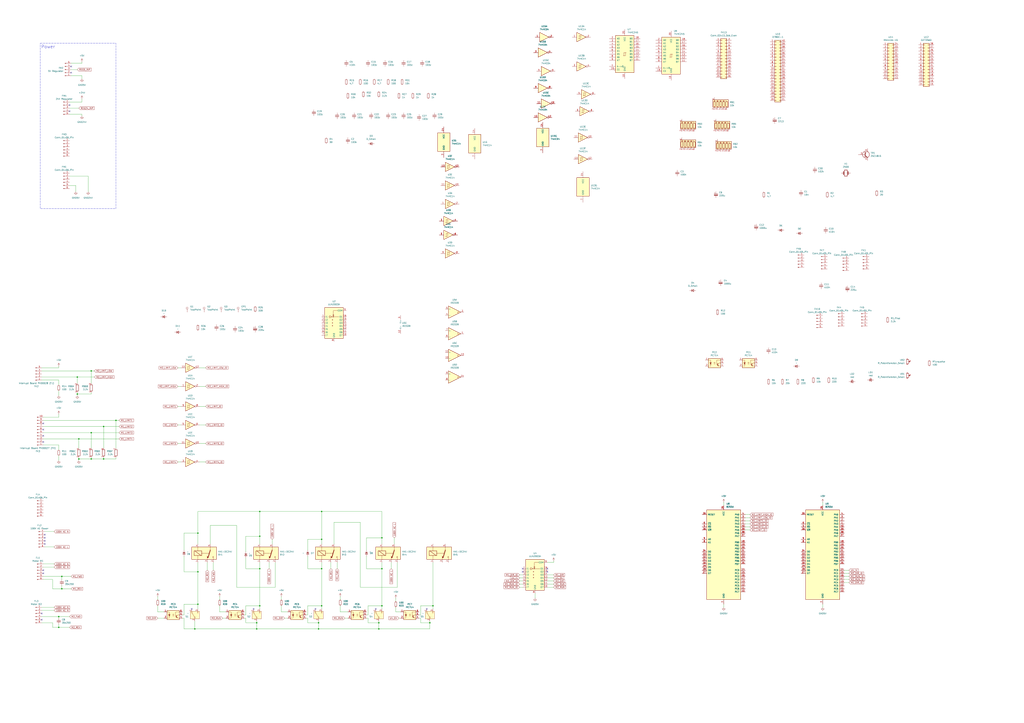
<source format=kicad_sch>
(kicad_sch
	(version 20231120)
	(generator "eeschema")
	(generator_version "8.0")
	(uuid "66cc26d7-ea0d-448d-81d6-18da17cae3ad")
	(paper "A1")
	
	(junction
		(at 64.77 360.68)
		(diameter 0)
		(color 0 0 0 0)
		(uuid "08c15c08-1b81-4088-aa4b-fe10715036b3")
	)
	(junction
		(at 50.8 473.71)
		(diameter 0)
		(color 0 0 0 0)
		(uuid "0b13f8df-1c20-4a73-a47a-98ac97815d26")
	)
	(junction
		(at 74.93 355.6)
		(diameter 0)
		(color 0 0 0 0)
		(uuid "0d22a4c5-ebea-4a21-aa06-0669e0bf5c29")
	)
	(junction
		(at 261.62 511.81)
		(diameter 0)
		(color 0 0 0 0)
		(uuid "10dae70c-302d-49d0-ba6e-3b81f529c56e")
	)
	(junction
		(at 261.62 516.89)
		(diameter 0)
		(color 0 0 0 0)
		(uuid "25ddcb7a-98b1-490f-9cf8-c98a9f58996b")
	)
	(junction
		(at 85.09 377.19)
		(diameter 0)
		(color 0 0 0 0)
		(uuid "32f7feff-6e54-4f59-846f-591acbf7f46a")
	)
	(junction
		(at 311.15 516.89)
		(diameter 0)
		(color 0 0 0 0)
		(uuid "356df096-b276-4fc8-9291-a01a55caa681")
	)
	(junction
		(at 85.09 350.52)
		(diameter 0)
		(color 0 0 0 0)
		(uuid "3b88e94c-3d6f-4b30-a218-30dbe5a8ec2f")
	)
	(junction
		(at 160.02 516.89)
		(diameter 0)
		(color 0 0 0 0)
		(uuid "3bc20b50-851f-4e99-b35f-de81d16737fb")
	)
	(junction
		(at 213.36 420.37)
		(diameter 0)
		(color 0 0 0 0)
		(uuid "3c9259eb-cbc3-43a4-b7a4-ed840d4168c3")
	)
	(junction
		(at 63.5 323.85)
		(diameter 0)
		(color 0 0 0 0)
		(uuid "44c1963b-43b8-41b8-9165-63b8f782cd8c")
	)
	(junction
		(at 313.69 497.84)
		(diameter 0)
		(color 0 0 0 0)
		(uuid "45b35192-3080-41b6-acc1-41fc0f510084")
	)
	(junction
		(at 48.26 515.62)
		(diameter 0)
		(color 0 0 0 0)
		(uuid "4683e323-5f89-4292-8f7b-95be364b9217")
	)
	(junction
		(at 213.36 497.84)
		(diameter 0)
		(color 0 0 0 0)
		(uuid "4b4ee08b-66db-45fa-bd0c-4b592e83c4c7")
	)
	(junction
		(at 64.77 377.19)
		(diameter 0)
		(color 0 0 0 0)
		(uuid "4e469245-d614-43ed-b092-323ef3eed8c9")
	)
	(junction
		(at 74.93 377.19)
		(diameter 0)
		(color 0 0 0 0)
		(uuid "5491daa7-2568-4355-b0d7-9183dc1af204")
	)
	(junction
		(at 210.82 511.81)
		(diameter 0)
		(color 0 0 0 0)
		(uuid "5b46f3f5-c45f-4aa9-9297-8da9111a9426")
	)
	(junction
		(at 264.16 497.84)
		(diameter 0)
		(color 0 0 0 0)
		(uuid "651f0bbd-2c35-401b-8e8f-550455b00b54")
	)
	(junction
		(at 313.69 467.36)
		(diameter 0)
		(color 0 0 0 0)
		(uuid "6cb56398-aade-4ba2-a1fe-3b66b3677601")
	)
	(junction
		(at 63.5 309.88)
		(diameter 0)
		(color 0 0 0 0)
		(uuid "70c76fd2-c021-4a46-8104-8378329b29ad")
	)
	(junction
		(at 50.8 483.87)
		(diameter 0)
		(color 0 0 0 0)
		(uuid "787bb6e7-b134-4340-8a76-f56182ffc352")
	)
	(junction
		(at 162.56 496.57)
		(diameter 0)
		(color 0 0 0 0)
		(uuid "8741287e-2f19-419a-9d14-924da221de6a")
	)
	(junction
		(at 311.15 511.81)
		(diameter 0)
		(color 0 0 0 0)
		(uuid "94c04c4c-83a8-4c46-bad7-7f6f84ca370f")
	)
	(junction
		(at 353.06 511.81)
		(diameter 0)
		(color 0 0 0 0)
		(uuid "a1945e27-3991-4fb3-be48-1f97fbfba09b")
	)
	(junction
		(at 313.69 441.96)
		(diameter 0)
		(color 0 0 0 0)
		(uuid "a270c2d2-7352-49b7-a3a8-ba89c693befc")
	)
	(junction
		(at 264.16 420.37)
		(diameter 0)
		(color 0 0 0 0)
		(uuid "adf26b8e-9650-4236-9bcf-88b3f0f07d29")
	)
	(junction
		(at 162.56 438.15)
		(diameter 0)
		(color 0 0 0 0)
		(uuid "b02c65a3-a56f-49c9-b3bb-c182fca739ea")
	)
	(junction
		(at 355.6 497.84)
		(diameter 0)
		(color 0 0 0 0)
		(uuid "b849497d-419f-401c-914c-662c379116bb")
	)
	(junction
		(at 162.56 469.9)
		(diameter 0)
		(color 0 0 0 0)
		(uuid "babb64da-efb1-4acf-9cf6-e954d7233f5f")
	)
	(junction
		(at 48.26 506.73)
		(diameter 0)
		(color 0 0 0 0)
		(uuid "c43ca3f9-45f7-4b2b-b870-0096859f694d")
	)
	(junction
		(at 264.16 467.36)
		(diameter 0)
		(color 0 0 0 0)
		(uuid "d76fd0d5-6571-4fe6-a3de-8c84c7170948")
	)
	(junction
		(at 210.82 516.89)
		(diameter 0)
		(color 0 0 0 0)
		(uuid "d92b9d76-38be-41b8-8b5d-91f94362da4f")
	)
	(junction
		(at 95.25 345.44)
		(diameter 0)
		(color 0 0 0 0)
		(uuid "da62b49e-dd7f-415a-ba75-763b1eaeeb56")
	)
	(junction
		(at 213.36 440.69)
		(diameter 0)
		(color 0 0 0 0)
		(uuid "dc16379d-9489-4ced-93b2-eab45b360d68")
	)
	(junction
		(at 74.93 304.8)
		(diameter 0)
		(color 0 0 0 0)
		(uuid "e4f040e7-a3f8-457f-8b09-5dcc12c2b8a3")
	)
	(junction
		(at 264.16 443.23)
		(diameter 0)
		(color 0 0 0 0)
		(uuid "f8c95fda-d262-49c3-bdf7-41b9311827b8")
	)
	(junction
		(at 213.36 467.36)
		(diameter 0)
		(color 0 0 0 0)
		(uuid "fa53695e-41ec-4e84-9665-f2cca63c0fda")
	)
	(no_connect
		(at 429.26 469.9)
		(uuid "0da8dff8-3efc-4579-af4f-a0d35cedd681")
	)
	(no_connect
		(at 35.56 358.14)
		(uuid "0e757080-ee9a-4604-a3de-5f1055e22a01")
	)
	(no_connect
		(at 35.56 353.06)
		(uuid "135dab7b-e6d5-48a9-b5c1-835d31e08b59")
	)
	(no_connect
		(at 57.15 91.44)
		(uuid "189a4fbb-4336-42af-94f8-029fdc066d50")
	)
	(no_connect
		(at 36.83 439.42)
		(uuid "1eeffd4a-cfea-480c-ba75-5ef1d8be5bc8")
	)
	(no_connect
		(at 34.29 509.27)
		(uuid "38f6cf9b-1c41-4f5a-ac4e-13d906cbb477")
	)
	(no_connect
		(at 35.56 363.22)
		(uuid "494237ae-9b99-4ca0-b9bc-46245733bb66")
	)
	(no_connect
		(at 58.42 54.61)
		(uuid "4e8b8fff-ab60-4204-a376-f0b26b4fa5b5")
	)
	(no_connect
		(at 35.56 347.98)
		(uuid "5dce6ea7-de6d-413a-bf4c-08ba428cf298")
	)
	(no_connect
		(at 429.26 467.36)
		(uuid "6526f219-e60f-46ab-96f8-5b894fee400d")
	)
	(no_connect
		(at 58.42 59.69)
		(uuid "6990e67d-49f3-4a44-8006-5c42fe4c6dc6")
	)
	(no_connect
		(at 36.83 447.04)
		(uuid "6af4da2c-9d10-49ff-b010-b8bd028e8855")
	)
	(no_connect
		(at 449.58 469.9)
		(uuid "6c2981a1-a5f8-4094-8f56-0fb32b339191")
	)
	(no_connect
		(at 308.61 500.38)
		(uuid "6e7c3107-485a-43bf-a80e-8ecf725474b5")
	)
	(no_connect
		(at 350.52 500.38)
		(uuid "6fbf3313-5162-44ad-b325-d2625086fc9e")
	)
	(no_connect
		(at 157.48 500.38)
		(uuid "70021ce7-557a-44ca-aa6e-08239d5b79ed")
	)
	(no_connect
		(at 36.83 441.96)
		(uuid "731fa28f-2239-4afa-9e69-5423eb111eed")
	)
	(no_connect
		(at 36.83 444.5)
		(uuid "7ac2f2f7-9bc0-47a5-a1f9-daf5db727c6b")
	)
	(no_connect
		(at 259.08 500.38)
		(uuid "a1fe7d45-1f3e-4a7e-ae0d-7e03379198f2")
	)
	(no_connect
		(at 57.15 86.36)
		(uuid "ac47f358-6b0d-4c00-ae69-7ed52f128bbc")
	)
	(no_connect
		(at 35.56 471.17)
		(uuid "b27bfa8b-6469-458e-abe8-0b20a1e0a33f")
	)
	(no_connect
		(at 34.29 504.19)
		(uuid "b51be13b-84bb-4c85-ad12-bba7c1d1c25a")
	)
	(no_connect
		(at 449.58 467.36)
		(uuid "cd55550c-c142-4be8-8a9d-501bcef30db5")
	)
	(no_connect
		(at 35.56 468.63)
		(uuid "dc85ec30-6681-4561-bea0-b63924e19d0e")
	)
	(no_connect
		(at 208.28 500.38)
		(uuid "f8398a9b-2e21-412c-91fa-cccb03a74a8a")
	)
	(wire
		(pts
			(xy 163.83 364.49) (xy 168.91 364.49)
		)
		(stroke
			(width 0)
			(type default)
		)
		(uuid "0103eb0f-4360-4503-a5c0-8ae5130ddb89")
	)
	(wire
		(pts
			(xy 146.05 379.73) (xy 148.59 379.73)
		)
		(stroke
			(width 0)
			(type default)
		)
		(uuid "01307014-61c0-4c89-9d46-12467a7baf1f")
	)
	(wire
		(pts
			(xy 311.15 516.89) (xy 311.15 511.81)
		)
		(stroke
			(width 0)
			(type default)
		)
		(uuid "02a5ab22-8bd4-43c0-b759-c250902437eb")
	)
	(wire
		(pts
			(xy 252.73 511.81) (xy 261.62 511.81)
		)
		(stroke
			(width 0)
			(type default)
		)
		(uuid "0374fe63-9115-47f9-9bd8-00593f886327")
	)
	(wire
		(pts
			(xy 693.42 473.71) (xy 697.23 473.71)
		)
		(stroke
			(width 0)
			(type default)
		)
		(uuid "044d8170-9993-4217-8132-816c23299321")
	)
	(wire
		(pts
			(xy 353.06 516.89) (xy 353.06 511.81)
		)
		(stroke
			(width 0)
			(type default)
		)
		(uuid "05a96207-0511-402c-8cbc-17b5ca381bfa")
	)
	(wire
		(pts
			(xy 264.16 443.23) (xy 252.73 443.23)
		)
		(stroke
			(width 0)
			(type default)
		)
		(uuid "05e30963-3ff9-47b3-834e-9617b6eea12a")
	)
	(wire
		(pts
			(xy 201.93 440.69) (xy 213.36 440.69)
		)
		(stroke
			(width 0)
			(type default)
		)
		(uuid "0781d760-a7be-4aab-9baf-ba2fc3a0194d")
	)
	(wire
		(pts
			(xy 95.25 377.19) (xy 95.25 375.92)
		)
		(stroke
			(width 0)
			(type default)
		)
		(uuid "07a6ac12-166b-46b9-bbce-28ab3f18f045")
	)
	(wire
		(pts
			(xy 182.88 508) (xy 185.42 508)
		)
		(stroke
			(width 0)
			(type default)
		)
		(uuid "081a5a56-4d53-4741-b7b4-d3534838711c")
	)
	(wire
		(pts
			(xy 146.05 364.49) (xy 148.59 364.49)
		)
		(stroke
			(width 0)
			(type default)
		)
		(uuid "0940050f-1ce1-4943-8f18-67a47f81c50f")
	)
	(wire
		(pts
			(xy 48.26 302.26) (xy 34.29 302.26)
		)
		(stroke
			(width 0)
			(type default)
		)
		(uuid "09a13a74-e872-4cdf-a02a-3fc2c1e38dc3")
	)
	(wire
		(pts
			(xy 276.86 467.36) (xy 276.86 462.28)
		)
		(stroke
			(width 0)
			(type default)
		)
		(uuid "0ac84dd9-c95e-458a-ba7e-1d7e56536f85")
	)
	(wire
		(pts
			(xy 327.66 508) (xy 328.93 508)
		)
		(stroke
			(width 0)
			(type default)
		)
		(uuid "0ba276f9-49fa-4372-8f6b-e5a9a9e9c29e")
	)
	(wire
		(pts
			(xy 63.5 323.85) (xy 63.5 325.12)
		)
		(stroke
			(width 0)
			(type default)
		)
		(uuid "0c28b86b-efc4-434a-831b-34c1ce21bf94")
	)
	(wire
		(pts
			(xy 48.26 506.73) (xy 57.15 506.73)
		)
		(stroke
			(width 0)
			(type default)
		)
		(uuid "0ce7c09d-2fb0-4dec-855b-a9391c26eeb2")
	)
	(wire
		(pts
			(xy 675.64 496.57) (xy 675.64 499.11)
		)
		(stroke
			(width 0)
			(type default)
		)
		(uuid "0e010dda-9f02-420c-b4f2-779f41088b74")
	)
	(wire
		(pts
			(xy 162.56 469.9) (xy 162.56 462.28)
		)
		(stroke
			(width 0)
			(type default)
		)
		(uuid "0ea5a8ea-7b18-417a-96b9-c7214b98c44f")
	)
	(wire
		(pts
			(xy 426.72 482.6) (xy 429.26 482.6)
		)
		(stroke
			(width 0)
			(type default)
		)
		(uuid "0f09b1d2-4084-4dea-857d-330b895b9afc")
	)
	(wire
		(pts
			(xy 151.13 457.2) (xy 151.13 469.9)
		)
		(stroke
			(width 0)
			(type default)
		)
		(uuid "124a4fc0-acba-4b50-aa9b-4fbee1b8bdc4")
	)
	(wire
		(pts
			(xy 344.17 508) (xy 345.44 508)
		)
		(stroke
			(width 0)
			(type default)
		)
		(uuid "1285669e-927e-44fa-82bd-489186bd9d3c")
	)
	(wire
		(pts
			(xy 74.93 304.8) (xy 77.47 304.8)
		)
		(stroke
			(width 0)
			(type default)
		)
		(uuid "12f1141c-9d90-49ad-baad-4cce20cd36e4")
	)
	(wire
		(pts
			(xy 34.29 309.88) (xy 63.5 309.88)
		)
		(stroke
			(width 0)
			(type default)
		)
		(uuid "1403578f-342e-47f0-a741-6109d31efcac")
	)
	(wire
		(pts
			(xy 279.4 497.84) (xy 279.4 502.92)
		)
		(stroke
			(width 0)
			(type default)
		)
		(uuid "16277674-01d8-495f-aef8-57d30a9ed79c")
	)
	(wire
		(pts
			(xy 163.83 302.26) (xy 168.91 302.26)
		)
		(stroke
			(width 0)
			(type default)
		)
		(uuid "16cccc26-d6ad-423d-ac53-a17190adfa1c")
	)
	(wire
		(pts
			(xy 300.99 508) (xy 302.26 508)
		)
		(stroke
			(width 0)
			(type default)
		)
		(uuid "173bea94-7968-4dd8-93cf-bafd7426b94c")
	)
	(wire
		(pts
			(xy 313.69 497.84) (xy 313.69 467.36)
		)
		(stroke
			(width 0)
			(type default)
		)
		(uuid "178f1e7c-0255-4e6b-9053-ce24725b7633")
	)
	(wire
		(pts
			(xy 194.31 431.8) (xy 172.72 431.8)
		)
		(stroke
			(width 0)
			(type default)
		)
		(uuid "180e6b82-5930-40af-9b0e-5c781de995ed")
	)
	(wire
		(pts
			(xy 151.13 438.15) (xy 162.56 438.15)
		)
		(stroke
			(width 0)
			(type default)
		)
		(uuid "18465c56-a1ad-4916-8c30-2bd2e0941155")
	)
	(wire
		(pts
			(xy 172.72 431.8) (xy 172.72 447.04)
		)
		(stroke
			(width 0)
			(type default)
		)
		(uuid "18d9c8a6-cc74-4567-b775-4e1978246029")
	)
	(wire
		(pts
			(xy 50.8 473.71) (xy 58.42 473.71)
		)
		(stroke
			(width 0)
			(type default)
		)
		(uuid "18e150ed-0996-4fa7-b532-be044cf48581")
	)
	(wire
		(pts
			(xy 252.73 505.46) (xy 252.73 497.84)
		)
		(stroke
			(width 0)
			(type default)
		)
		(uuid "190661bd-fad7-40cd-afc7-bfd1bf798df8")
	)
	(wire
		(pts
			(xy 85.09 377.19) (xy 95.25 377.19)
		)
		(stroke
			(width 0)
			(type default)
		)
		(uuid "19264a53-d1dc-4491-8b2b-ba142f5465a4")
	)
	(wire
		(pts
			(xy 162.56 500.38) (xy 162.56 496.57)
		)
		(stroke
			(width 0)
			(type default)
		)
		(uuid "19ed89ed-194d-4fc7-ac5c-12cbbdb9966f")
	)
	(wire
		(pts
			(xy 261.62 516.89) (xy 311.15 516.89)
		)
		(stroke
			(width 0)
			(type default)
		)
		(uuid "1c2b5503-4cf4-49b8-a3d9-867f0a909920")
	)
	(wire
		(pts
			(xy 35.56 360.68) (xy 64.77 360.68)
		)
		(stroke
			(width 0)
			(type default)
		)
		(uuid "1c4c49b5-4d2e-49fa-9079-0df4c009b09e")
	)
	(wire
		(pts
			(xy 300.99 457.2) (xy 300.99 467.36)
		)
		(stroke
			(width 0)
			(type default)
		)
		(uuid "1c8a2992-5819-4c4d-bc5d-5873b0f8fec8")
	)
	(wire
		(pts
			(xy 612.14 427.99) (xy 615.95 427.99)
		)
		(stroke
			(width 0)
			(type default)
		)
		(uuid "1eb0f7ec-b797-497a-8b87-9c2bf2b0c1ef")
	)
	(wire
		(pts
			(xy 149.86 505.46) (xy 151.13 505.46)
		)
		(stroke
			(width 0)
			(type default)
		)
		(uuid "1ec3d812-a633-492d-ae3d-6cae002a15c1")
	)
	(wire
		(pts
			(xy 279.4 502.92) (xy 285.75 502.92)
		)
		(stroke
			(width 0)
			(type default)
		)
		(uuid "1ef2a37f-8242-4b0a-b4cf-05692665dd8a")
	)
	(wire
		(pts
			(xy 67.31 93.98) (xy 57.15 93.98)
		)
		(stroke
			(width 0)
			(type default)
		)
		(uuid "22915d6b-7f96-41b9-88c5-845ed9fc4f22")
	)
	(wire
		(pts
			(xy 48.26 312.42) (xy 34.29 312.42)
		)
		(stroke
			(width 0)
			(type default)
		)
		(uuid "241d86c3-25b4-49fb-8b23-a0c296ce2dcb")
	)
	(wire
		(pts
			(xy 220.98 467.36) (xy 220.98 462.28)
		)
		(stroke
			(width 0)
			(type default)
		)
		(uuid "245b94a0-1f34-4404-8adf-8d6fc169bb4d")
	)
	(wire
		(pts
			(xy 439.42 487.68) (xy 439.42 491.49)
		)
		(stroke
			(width 0)
			(type default)
		)
		(uuid "25383dfa-3c2c-42a2-9fe1-430605bd0aad")
	)
	(wire
		(pts
			(xy 35.56 350.52) (xy 85.09 350.52)
		)
		(stroke
			(width 0)
			(type default)
		)
		(uuid "255ef8af-1836-4383-9cd3-642ebd07a6d7")
	)
	(wire
		(pts
			(xy 345.44 497.84) (xy 355.6 497.84)
		)
		(stroke
			(width 0)
			(type default)
		)
		(uuid "26b879ff-7cca-4a0b-818e-f50b673fc019")
	)
	(wire
		(pts
			(xy 210.82 516.89) (xy 210.82 511.81)
		)
		(stroke
			(width 0)
			(type default)
		)
		(uuid "271f6a65-e94d-469f-a525-87e08c76e075")
	)
	(wire
		(pts
			(xy 612.14 422.91) (xy 615.95 422.91)
		)
		(stroke
			(width 0)
			(type default)
		)
		(uuid "2729ddb2-a8d0-4ac4-951e-4f6170780ab4")
	)
	(wire
		(pts
			(xy 264.16 500.38) (xy 264.16 497.84)
		)
		(stroke
			(width 0)
			(type default)
		)
		(uuid "283558b2-5929-4655-8f5d-cebd90d9427a")
	)
	(wire
		(pts
			(xy 274.32 429.26) (xy 274.32 447.04)
		)
		(stroke
			(width 0)
			(type default)
		)
		(uuid "2b1149f8-13ab-466a-8452-72f4a2e37554")
	)
	(wire
		(pts
			(xy 233.68 508) (xy 236.22 508)
		)
		(stroke
			(width 0)
			(type default)
		)
		(uuid "2b453aeb-658b-47cf-8bab-24c4437c833c")
	)
	(wire
		(pts
			(xy 426.72 472.44) (xy 429.26 472.44)
		)
		(stroke
			(width 0)
			(type default)
		)
		(uuid "2c278734-524c-43a5-9f50-0959ca6b5c2c")
	)
	(wire
		(pts
			(xy 146.05 334.01) (xy 148.59 334.01)
		)
		(stroke
			(width 0)
			(type default)
		)
		(uuid "2c74cb6a-6a12-4353-98a1-2aefb33e41a2")
	)
	(wire
		(pts
			(xy 48.26 515.62) (xy 57.15 515.62)
		)
		(stroke
			(width 0)
			(type default)
		)
		(uuid "2c88da02-3177-4c39-aeff-cbed292da9ce")
	)
	(wire
		(pts
			(xy 129.54 502.92) (xy 134.62 502.92)
		)
		(stroke
			(width 0)
			(type default)
		)
		(uuid "2ce5239c-f782-482a-9748-720665f93ec1")
	)
	(wire
		(pts
			(xy 300.99 505.46) (xy 302.26 505.46)
		)
		(stroke
			(width 0)
			(type default)
		)
		(uuid "2d6f75c3-d312-42ce-ab55-bc762a0d1b64")
	)
	(wire
		(pts
			(xy 34.29 506.73) (xy 48.26 506.73)
		)
		(stroke
			(width 0)
			(type default)
		)
		(uuid "30f19106-3618-4a09-82aa-fb09024b4e70")
	)
	(wire
		(pts
			(xy 201.93 467.36) (xy 213.36 467.36)
		)
		(stroke
			(width 0)
			(type default)
		)
		(uuid "31ea083a-8a88-454b-a407-e034d3157f7d")
	)
	(wire
		(pts
			(xy 64.77 360.68) (xy 97.79 360.68)
		)
		(stroke
			(width 0)
			(type default)
		)
		(uuid "321609c0-46dd-4a81-8a4c-08241589515e")
	)
	(wire
		(pts
			(xy 95.25 345.44) (xy 95.25 368.3)
		)
		(stroke
			(width 0)
			(type default)
		)
		(uuid "34a81d3e-52c7-4b5a-b683-f48a93165e39")
	)
	(wire
		(pts
			(xy 252.73 457.2) (xy 252.73 467.36)
		)
		(stroke
			(width 0)
			(type default)
		)
		(uuid "352b8653-2611-41a8-9752-3f2215ea5903")
	)
	(wire
		(pts
			(xy 162.56 420.37) (xy 162.56 438.15)
		)
		(stroke
			(width 0)
			(type default)
		)
		(uuid "38260eed-03d1-4f72-aa99-12a59c9b7513")
	)
	(wire
		(pts
			(xy 74.93 377.19) (xy 85.09 377.19)
		)
		(stroke
			(width 0)
			(type default)
		)
		(uuid "3a3ed832-d0e7-43d9-a299-e74ffe7dd5d7")
	)
	(wire
		(pts
			(xy 62.23 152.4) (xy 62.23 157.48)
		)
		(stroke
			(width 0)
			(type default)
		)
		(uuid "3c55ecda-9921-466b-bdcd-9927a381382a")
	)
	(wire
		(pts
			(xy 151.13 505.46) (xy 151.13 496.57)
		)
		(stroke
			(width 0)
			(type default)
		)
		(uuid "3edef422-b9dc-4de7-9b80-4fc3a04416fc")
	)
	(wire
		(pts
			(xy 36.83 436.88) (xy 44.45 436.88)
		)
		(stroke
			(width 0)
			(type default)
		)
		(uuid "4098dbf7-381b-465d-91c4-844b20bf971f")
	)
	(wire
		(pts
			(xy 594.36 412.75) (xy 594.36 415.29)
		)
		(stroke
			(width 0)
			(type default)
		)
		(uuid "413c7121-2621-48b3-9c50-e86f3440c3c0")
	)
	(wire
		(pts
			(xy 612.14 430.53) (xy 615.95 430.53)
		)
		(stroke
			(width 0)
			(type default)
		)
		(uuid "418c63e0-3fde-46e8-9686-8479dbd5462e")
	)
	(wire
		(pts
			(xy 311.15 516.89) (xy 353.06 516.89)
		)
		(stroke
			(width 0)
			(type default)
		)
		(uuid "42b19c30-de2e-4fe5-bb5b-e213b1e1da0a")
	)
	(wire
		(pts
			(xy 302.26 497.84) (xy 313.69 497.84)
		)
		(stroke
			(width 0)
			(type default)
		)
		(uuid "4337ee6c-781e-4b57-b30d-f2f6a248413f")
	)
	(wire
		(pts
			(xy 74.93 377.19) (xy 74.93 375.92)
		)
		(stroke
			(width 0)
			(type default)
		)
		(uuid "4628f7bc-1273-4200-bee4-79e101d9a4c5")
	)
	(wire
		(pts
			(xy 449.58 480.06) (xy 454.66 480.06)
		)
		(stroke
			(width 0)
			(type default)
		)
		(uuid "4a9aaa05-7a36-4c2c-9830-ffe49357c84b")
	)
	(wire
		(pts
			(xy 64.77 368.3) (xy 64.77 360.68)
		)
		(stroke
			(width 0)
			(type default)
		)
		(uuid "4d4fb57d-da1f-4f71-928f-932b15793c9f")
	)
	(wire
		(pts
			(xy 325.12 491.49) (xy 325.12 494.03)
		)
		(stroke
			(width 0)
			(type default)
		)
		(uuid "4f45a74f-d366-4336-a777-20bb0b0b6103")
	)
	(wire
		(pts
			(xy 251.46 505.46) (xy 252.73 505.46)
		)
		(stroke
			(width 0)
			(type default)
		)
		(uuid "4ff4258e-dbc5-415a-af1f-60724aa167a5")
	)
	(wire
		(pts
			(xy 454.66 461.01) (xy 454.66 462.28)
		)
		(stroke
			(width 0)
			(type default)
		)
		(uuid "50c49188-d680-416e-83ec-f512c6367a87")
	)
	(wire
		(pts
			(xy 264.16 447.04) (xy 264.16 443.23)
		)
		(stroke
			(width 0)
			(type default)
		)
		(uuid "51255e78-9af3-4eb9-89a7-f03e79b706e7")
	)
	(wire
		(pts
			(xy 612.14 433.07) (xy 615.95 433.07)
		)
		(stroke
			(width 0)
			(type default)
		)
		(uuid "51fa5a60-0cb8-466e-b59d-ac333805257f")
	)
	(wire
		(pts
			(xy 264.16 420.37) (xy 213.36 420.37)
		)
		(stroke
			(width 0)
			(type default)
		)
		(uuid "530670f0-0cbe-482f-8e16-ee14b406d9db")
	)
	(wire
		(pts
			(xy 321.31 467.36) (xy 321.31 462.28)
		)
		(stroke
			(width 0)
			(type default)
		)
		(uuid "556411d2-6029-4d6c-9001-f12aac8719d9")
	)
	(wire
		(pts
			(xy 226.06 482.6) (xy 194.31 482.6)
		)
		(stroke
			(width 0)
			(type default)
		)
		(uuid "56a6b905-05da-49f2-8842-b2f852951509")
	)
	(wire
		(pts
			(xy 213.36 497.84) (xy 213.36 467.36)
		)
		(stroke
			(width 0)
			(type default)
		)
		(uuid "57f85406-e60d-49d9-8c5d-716651347619")
	)
	(wire
		(pts
			(xy 231.14 497.84) (xy 231.14 502.92)
		)
		(stroke
			(width 0)
			(type default)
		)
		(uuid "59e72fb6-30b1-44b8-bb4b-6b1e799b7736")
	)
	(wire
		(pts
			(xy 693.42 471.17) (xy 697.23 471.17)
		)
		(stroke
			(width 0)
			(type default)
		)
		(uuid "5ab9acb0-81bd-4e63-9bec-a07dfc64eb86")
	)
	(wire
		(pts
			(xy 43.18 483.87) (xy 50.8 483.87)
		)
		(stroke
			(width 0)
			(type default)
		)
		(uuid "5d148857-46dd-4e23-800a-edb13ef3c857")
	)
	(wire
		(pts
			(xy 57.15 88.9) (xy 64.77 88.9)
		)
		(stroke
			(width 0)
			(type default)
		)
		(uuid "5decabbe-4d03-4a11-93cd-acdd60a5d6c7")
	)
	(wire
		(pts
			(xy 35.56 345.44) (xy 95.25 345.44)
		)
		(stroke
			(width 0)
			(type default)
		)
		(uuid "5f525fdb-ff25-4e71-b226-770349cd18d8")
	)
	(wire
		(pts
			(xy 313.69 441.96) (xy 313.69 420.37)
		)
		(stroke
			(width 0)
			(type default)
		)
		(uuid "5f7055a2-51b5-4e86-be94-b85a43d34518")
	)
	(wire
		(pts
			(xy 693.42 478.79) (xy 697.23 478.79)
		)
		(stroke
			(width 0)
			(type default)
		)
		(uuid "6061dcb1-8edd-4d27-8d3f-24dcae6ef349")
	)
	(wire
		(pts
			(xy 63.5 309.88) (xy 77.47 309.88)
		)
		(stroke
			(width 0)
			(type default)
		)
		(uuid "61f338ff-be0e-4963-94c5-7153eec576ae")
	)
	(wire
		(pts
			(xy 252.73 467.36) (xy 264.16 467.36)
		)
		(stroke
			(width 0)
			(type default)
		)
		(uuid "62bf1741-3c11-4483-9c13-e7941791c370")
	)
	(wire
		(pts
			(xy 67.31 83.82) (xy 57.15 83.82)
		)
		(stroke
			(width 0)
			(type default)
		)
		(uuid "63d8cba3-ea5b-4b82-8dc1-aae8dc3dea8c")
	)
	(wire
		(pts
			(xy 326.39 482.6) (xy 295.91 482.6)
		)
		(stroke
			(width 0)
			(type default)
		)
		(uuid "64497edb-8d0c-4f20-8e85-db6b7270a0d8")
	)
	(wire
		(pts
			(xy 355.6 500.38) (xy 355.6 497.84)
		)
		(stroke
			(width 0)
			(type default)
		)
		(uuid "650bfa1a-c04c-45e6-8135-a186c6f354b7")
	)
	(wire
		(pts
			(xy 180.34 502.92) (xy 185.42 502.92)
		)
		(stroke
			(width 0)
			(type default)
		)
		(uuid "65e1caae-96b6-47f4-99d0-f6b2be7b9733")
	)
	(wire
		(pts
			(xy 64.77 377.19) (xy 64.77 378.46)
		)
		(stroke
			(width 0)
			(type default)
		)
		(uuid "6640ba39-57a5-45a4-a579-8579034754d7")
	)
	(wire
		(pts
			(xy 311.15 511.81) (xy 311.15 510.54)
		)
		(stroke
			(width 0)
			(type default)
		)
		(uuid "6aee36b1-5cef-4a41-b26d-95f7e9aaeda0")
	)
	(wire
		(pts
			(xy 213.36 420.37) (xy 162.56 420.37)
		)
		(stroke
			(width 0)
			(type default)
		)
		(uuid "6afdac34-3c9d-4a94-908b-8d4b3b4745d3")
	)
	(wire
		(pts
			(xy 48.26 374.65) (xy 48.26 378.46)
		)
		(stroke
			(width 0)
			(type default)
		)
		(uuid "6c8281a5-2ee0-4515-8ff5-34e31300dab2")
	)
	(wire
		(pts
			(xy 326.39 462.28) (xy 326.39 482.6)
		)
		(stroke
			(width 0)
			(type default)
		)
		(uuid "6d8ada2e-87f8-478a-b70a-98cf051d5542")
	)
	(wire
		(pts
			(xy 48.26 513.08) (xy 48.26 515.62)
		)
		(stroke
			(width 0)
			(type default)
		)
		(uuid "6e355440-32f4-4131-bc1d-449f8b3819b9")
	)
	(wire
		(pts
			(xy 36.83 449.58) (xy 44.45 449.58)
		)
		(stroke
			(width 0)
			(type default)
		)
		(uuid "6f1149bc-8737-4307-835e-8b2e39a23135")
	)
	(wire
		(pts
			(xy 48.26 321.31) (xy 48.26 325.12)
		)
		(stroke
			(width 0)
			(type default)
		)
		(uuid "715ad97b-b53b-4e84-84f3-8599030c6888")
	)
	(wire
		(pts
			(xy 313.69 467.36) (xy 313.69 462.28)
		)
		(stroke
			(width 0)
			(type default)
		)
		(uuid "718bc773-b866-4e93-b1a0-1de90842705a")
	)
	(wire
		(pts
			(xy 35.56 355.6) (xy 74.93 355.6)
		)
		(stroke
			(width 0)
			(type default)
		)
		(uuid "71edd140-2604-4648-8841-4949375460a5")
	)
	(wire
		(pts
			(xy 449.58 477.52) (xy 454.66 477.52)
		)
		(stroke
			(width 0)
			(type default)
		)
		(uuid "72a93b16-cbf1-4e3f-908f-7f6b7d39365a")
	)
	(wire
		(pts
			(xy 74.93 355.6) (xy 74.93 368.3)
		)
		(stroke
			(width 0)
			(type default)
		)
		(uuid "73d5677c-ea89-4841-8808-0a0deabf48c8")
	)
	(wire
		(pts
			(xy 34.29 501.65) (xy 44.45 501.65)
		)
		(stroke
			(width 0)
			(type default)
		)
		(uuid "742b6672-6883-4e3c-befe-556d782b9be1")
	)
	(wire
		(pts
			(xy 67.31 50.8) (xy 67.31 52.07)
		)
		(stroke
			(width 0)
			(type default)
		)
		(uuid "75dd43e3-e44b-41f9-8ffb-6f655d26dec0")
	)
	(wire
		(pts
			(xy 313.69 500.38) (xy 313.69 497.84)
		)
		(stroke
			(width 0)
			(type default)
		)
		(uuid "7614a863-00e1-403c-b036-761e6041b4e9")
	)
	(wire
		(pts
			(xy 426.72 474.98) (xy 429.26 474.98)
		)
		(stroke
			(width 0)
			(type default)
		)
		(uuid "78064731-5976-41b6-a4ba-f351b63e53b1")
	)
	(wire
		(pts
			(xy 612.14 435.61) (xy 615.95 435.61)
		)
		(stroke
			(width 0)
			(type default)
		)
		(uuid "788f15a1-990f-4a2d-83fe-c94432b7de47")
	)
	(wire
		(pts
			(xy 34.29 304.8) (xy 74.93 304.8)
		)
		(stroke
			(width 0)
			(type default)
		)
		(uuid "789e703f-9f2c-4a1f-bb85-298ea0636117")
	)
	(wire
		(pts
			(xy 85.09 350.52) (xy 97.79 350.52)
		)
		(stroke
			(width 0)
			(type default)
		)
		(uuid "790e268c-a389-400a-8b00-ed8a5e60eb54")
	)
	(wire
		(pts
			(xy 200.66 508) (xy 201.93 508)
		)
		(stroke
			(width 0)
			(type default)
		)
		(uuid "7cd466bb-fe01-42b6-9a53-7a277ba5c2be")
	)
	(wire
		(pts
			(xy 74.93 323.85) (xy 74.93 322.58)
		)
		(stroke
			(width 0)
			(type default)
		)
		(uuid "7e7e12c1-ebb4-448d-a374-9275c58cb1e1")
	)
	(wire
		(pts
			(xy 48.26 300.99) (xy 48.26 302.26)
		)
		(stroke
			(width 0)
			(type default)
		)
		(uuid "7f4d63bf-5112-4c1c-bb24-b94ec4aa9fe7")
	)
	(wire
		(pts
			(xy 426.72 480.06) (xy 429.26 480.06)
		)
		(stroke
			(width 0)
			(type default)
		)
		(uuid "80c02fec-db9f-41b3-8aa0-5f2d783a5fd5")
	)
	(wire
		(pts
			(xy 64.77 375.92) (xy 64.77 377.19)
		)
		(stroke
			(width 0)
			(type default)
		)
		(uuid "8125da00-9c02-4752-a502-0c8df4821ed3")
	)
	(wire
		(pts
			(xy 129.54 508) (xy 134.62 508)
		)
		(stroke
			(width 0)
			(type default)
		)
		(uuid "83945eff-a536-4878-81b6-4ede3d8a6bab")
	)
	(wire
		(pts
			(xy 300.99 441.96) (xy 313.69 441.96)
		)
		(stroke
			(width 0)
			(type default)
		)
		(uuid "83dcc077-31fd-4ac4-84eb-f2e35622f285")
	)
	(wire
		(pts
			(xy 58.42 62.23) (xy 67.31 62.23)
		)
		(stroke
			(width 0)
			(type default)
		)
		(uuid "84ba0882-a2f1-4134-b1bc-55a0ea890a52")
	)
	(wire
		(pts
			(xy 146.05 349.25) (xy 148.59 349.25)
		)
		(stroke
			(width 0)
			(type default)
		)
		(uuid "87b2cbeb-e84f-4c83-b32f-5aa916204f68")
	)
	(wire
		(pts
			(xy 85.09 350.52) (xy 85.09 368.3)
		)
		(stroke
			(width 0)
			(type default)
		)
		(uuid "88a67c68-7b4f-4ac9-a8f2-e20680584146")
	)
	(wire
		(pts
			(xy 74.93 355.6) (xy 97.79 355.6)
		)
		(stroke
			(width 0)
			(type default)
		)
		(uuid "89105dad-510c-404a-8134-d322cb128bcf")
	)
	(wire
		(pts
			(xy 355.6 497.84) (xy 355.6 462.28)
		)
		(stroke
			(width 0)
			(type default)
		)
		(uuid "8a98ee56-3ffa-483b-8323-3fa5ce8ff9ef")
	)
	(wire
		(pts
			(xy 162.56 496.57) (xy 162.56 469.9)
		)
		(stroke
			(width 0)
			(type default)
		)
		(uuid "8b291f1c-5fc1-42b7-abb7-1f57877c14d1")
	)
	(wire
		(pts
			(xy 146.05 302.26) (xy 148.59 302.26)
		)
		(stroke
			(width 0)
			(type default)
		)
		(uuid "8e4d75b6-23e7-4ac6-b289-d6a4b3fc51c9")
	)
	(wire
		(pts
			(xy 693.42 476.25) (xy 697.23 476.25)
		)
		(stroke
			(width 0)
			(type default)
		)
		(uuid "8f82b7fd-890f-4490-9a25-ee29ea9217a0")
	)
	(wire
		(pts
			(xy 252.73 497.84) (xy 264.16 497.84)
		)
		(stroke
			(width 0)
			(type default)
		)
		(uuid "907853b2-3457-4466-a304-b371bdc45b82")
	)
	(wire
		(pts
			(xy 151.13 469.9) (xy 162.56 469.9)
		)
		(stroke
			(width 0)
			(type default)
		)
		(uuid "91ba220f-bbb1-408e-b134-ee8b93ed4b4c")
	)
	(wire
		(pts
			(xy 323.85 447.04) (xy 323.85 441.96)
		)
		(stroke
			(width 0)
			(type default)
		)
		(uuid "92ca70fc-6d8a-40fd-b89d-aac22587ce2f")
	)
	(wire
		(pts
			(xy 449.58 472.44) (xy 454.66 472.44)
		)
		(stroke
			(width 0)
			(type default)
		)
		(uuid "92d868ca-8177-4607-9bb2-713924abc222")
	)
	(wire
		(pts
			(xy 151.13 508) (xy 151.13 516.89)
		)
		(stroke
			(width 0)
			(type default)
		)
		(uuid "9348436b-0381-4457-a905-8e6554c0c228")
	)
	(wire
		(pts
			(xy 223.52 447.04) (xy 223.52 443.23)
		)
		(stroke
			(width 0)
			(type default)
		)
		(uuid "948540e9-bced-485b-a129-34963b999c53")
	)
	(wire
		(pts
			(xy 160.02 510.54) (xy 160.02 516.89)
		)
		(stroke
			(width 0)
			(type default)
		)
		(uuid "961cbd6e-e585-4e12-b08f-9532cc0a4c71")
	)
	(wire
		(pts
			(xy 213.36 440.69) (xy 213.36 447.04)
		)
		(stroke
			(width 0)
			(type default)
		)
		(uuid "96555e9a-1051-4eb7-9dc2-8255bb569074")
	)
	(wire
		(pts
			(xy 264.16 420.37) (xy 313.69 420.37)
		)
		(stroke
			(width 0)
			(type default)
		)
		(uuid "982c6ba6-cd25-4476-9eb2-6ef4e3b4cc3c")
	)
	(wire
		(pts
			(xy 151.13 496.57) (xy 162.56 496.57)
		)
		(stroke
			(width 0)
			(type default)
		)
		(uuid "98589abd-8286-4e5a-a518-f2e42cfe4260")
	)
	(wire
		(pts
			(xy 251.46 508) (xy 252.73 508)
		)
		(stroke
			(width 0)
			(type default)
		)
		(uuid "98f4a9a2-89f2-46fe-af74-0768decbeb7b")
	)
	(wire
		(pts
			(xy 163.83 334.01) (xy 168.91 334.01)
		)
		(stroke
			(width 0)
			(type default)
		)
		(uuid "99627f31-fdba-4432-af34-4ad92e3d76ad")
	)
	(wire
		(pts
			(xy 146.05 317.5) (xy 148.59 317.5)
		)
		(stroke
			(width 0)
			(type default)
		)
		(uuid "9b0df1a7-29fb-4af6-a61c-73d042485595")
	)
	(wire
		(pts
			(xy 63.5 322.58) (xy 63.5 323.85)
		)
		(stroke
			(width 0)
			(type default)
		)
		(uuid "9c9d54c5-ed9e-4472-8b5e-0041c13ee006")
	)
	(wire
		(pts
			(xy 95.25 345.44) (xy 97.79 345.44)
		)
		(stroke
			(width 0)
			(type default)
		)
		(uuid "9ce9eb51-466c-4e8f-a08d-9561c5904f38")
	)
	(wire
		(pts
			(xy 163.83 349.25) (xy 168.91 349.25)
		)
		(stroke
			(width 0)
			(type default)
		)
		(uuid "9f8dada2-a15f-4d4f-a2d4-f5fd68ecba94")
	)
	(wire
		(pts
			(xy 43.18 483.87) (xy 43.18 476.25)
		)
		(stroke
			(width 0)
			(type default)
		)
		(uuid "a05be057-5dbb-4818-8188-3d09e2300cbf")
	)
	(wire
		(pts
			(xy 675.64 412.75) (xy 675.64 415.29)
		)
		(stroke
			(width 0)
			(type default)
		)
		(uuid "a18ab381-9a28-4f6b-a6d5-5fdb2eaf61fe")
	)
	(wire
		(pts
			(xy 693.42 468.63) (xy 697.23 468.63)
		)
		(stroke
			(width 0)
			(type default)
		)
		(uuid "a2cac00c-fa14-47a3-9408-f072db5c8751")
	)
	(wire
		(pts
			(xy 129.54 490.22) (xy 129.54 492.76)
		)
		(stroke
			(width 0)
			(type default)
		)
		(uuid "a3e7712f-961b-40c0-8be3-ed67f6f412c4")
	)
	(wire
		(pts
			(xy 449.58 482.6) (xy 454.66 482.6)
		)
		(stroke
			(width 0)
			(type default)
		)
		(uuid "a49239b0-442b-4329-8296-b735d9886022")
	)
	(wire
		(pts
			(xy 180.34 497.84) (xy 180.34 502.92)
		)
		(stroke
			(width 0)
			(type default)
		)
		(uuid "a4a22e0d-1f4f-4a8c-bd35-a2ba33f1f02b")
	)
	(wire
		(pts
			(xy 271.78 467.36) (xy 271.78 462.28)
		)
		(stroke
			(width 0)
			(type default)
		)
		(uuid "a524fe67-de97-4f71-91ac-81793ddec746")
	)
	(wire
		(pts
			(xy 264.16 497.84) (xy 264.16 467.36)
		)
		(stroke
			(width 0)
			(type default)
		)
		(uu
... [317668 chars truncated]
</source>
